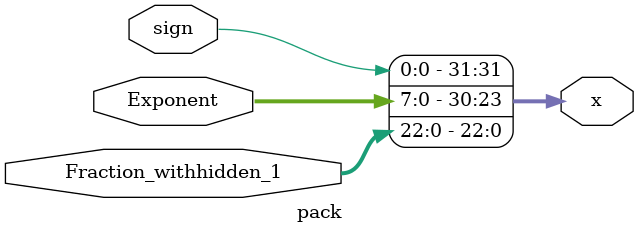
<source format=v>
(* DONT_TOUCH = "TRUE" *)
module pack(
    input sign ,
    input  [7:0] Exponent,
    input [23:0] Fraction_withhidden_1,
    output  [31:0] x 
);

assign x = {sign , Exponent , Fraction_withhidden_1[22:0] };

endmodule
</source>
